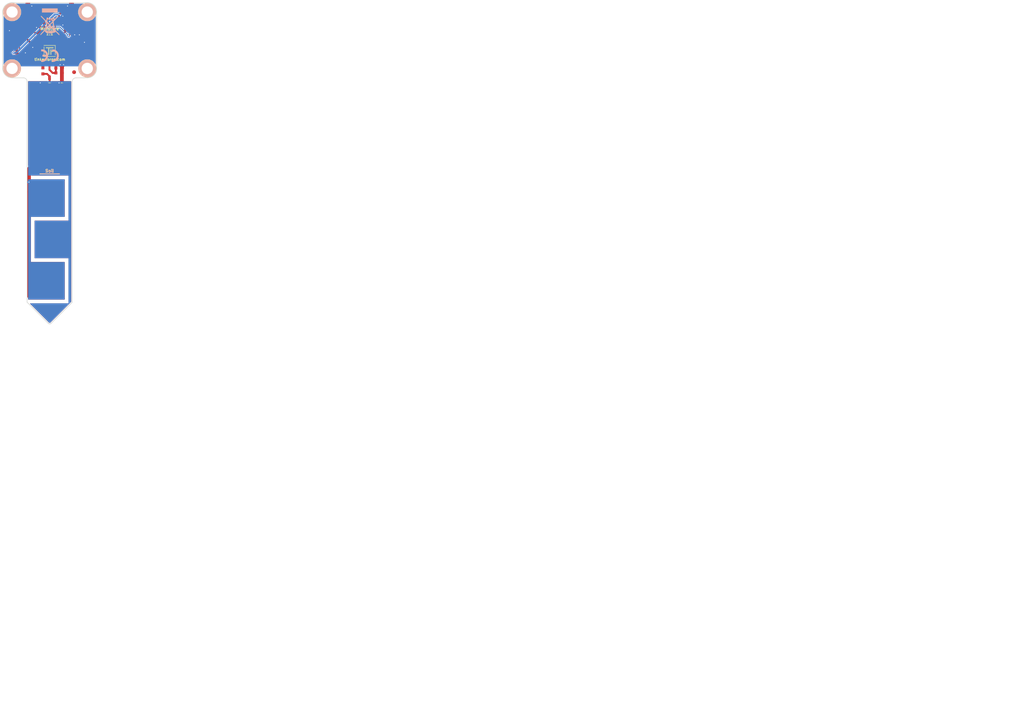
<source format=kicad_pcb>
(kicad_pcb (version 4) (host pcbnew 4.0.2+dfsg1-stable)
  (title_block (title "Moisture Bricklet") (rev 1.1) (company "Tinkerforge GmbH") (comment 1 "Licensed under CERN OHL v.1.1") (comment 2 "Copyright (©) 2014, B.Nordmeyer <bastian@tinkerforge.com>"))
  (layers (0 F.Cu signal) (31 B.Cu signal hide) (34 B.Paste user) (35 F.Paste user) (36 B.SilkS user) (37 F.SilkS user) (38 B.Mask user) (39 F.Mask user) (44 Edge.Cuts user))
  (net 0 "")
  (net 1 GND)
  (net 2 VCC)
  (net 3 "Net-(P1-Pad4)")
  (net 4 "Net-(P1-Pad5)")
  (net 5 "Net-(P1-Pad6)")
  (net 6 "Net-(C2-Pad1)")
  (net 7 "Net-(C5-Pad1)")
  (net 8 "Net-(D1-Pad1)")
  (net 9 RESET)
  (net 10 CLK)
  (net 11 "Net-(C3-Pad1)")
  (net 12 "Net-(R3-Pad1)")
  (net 13 "Net-(P1-Pad1)")
  (net 14 "Net-(P1-Pad10)")
  (net 15 "Net-(U1-Pad7)")
  (module kicad-libraries:R0603 (layer F.Cu) (at 134.55 77.1 90)
    (fp_text reference R4)
    (fp_text value 7.5k)
    (pad 1 smd rect (at -0.8001 0 90) (size 0.8001 0.8001) (layers F.Cu F.Paste F.Mask) (net 11 "Net-(C3-Pad1)"))
    (pad 2 smd rect (at 0.8001 0 90) (size 0.8001 0.8001) (layers F.Cu F.Paste F.Mask) (net 10 CLK))
  )
  (module kicad-libraries:R0603 (layer F.Cu) (at 125.3 78.9 270)
    (fp_text reference R3)
    (fp_text value 10k)
    (pad 1 smd rect (at -0.8001 0 270) (size 0.8001 0.8001) (layers F.Cu F.Paste F.Mask) (net 12 "Net-(R3-Pad1)"))
    (pad 2 smd rect (at 0.8001 0 270) (size 0.8001 0.8001) (layers F.Cu F.Paste F.Mask) (net 2 VCC))
  )
  (module kicad-libraries:R0603 (layer F.Cu) (at 134.2 85.25 270)
    (fp_text reference R2)
    (fp_text value 4k7)
    (pad 1 smd rect (at -0.8001 0 270) (size 0.8001 0.8001) (layers F.Cu F.Paste F.Mask) (net 10 CLK))
    (pad 2 smd rect (at 0.8001 0 270) (size 0.8001 0.8001) (layers F.Cu F.Paste F.Mask) (net 8 "Net-(D1-Pad1)"))
  )
  (module kicad-libraries:R0603 (layer F.Cu) (at 138.45 84.5 180)
    (fp_text reference R1)
    (fp_text value 470k)
    (pad 1 smd rect (at -0.8001 0 180) (size 0.8001 0.8001) (layers F.Cu F.Paste F.Mask) (net 1 GND))
    (pad 2 smd rect (at 0.8001 0 180) (size 0.8001 0.8001) (layers F.Cu F.Paste F.Mask) (net 6 "Net-(C2-Pad1)"))
  )
  (module kicad-libraries:C0603 (layer F.Cu) (at 126.1 73.9 180)
    (fp_text reference C5)
    (fp_text value 10nF)
    (pad 1 smd rect (at -0.8001 0 180) (size 0.8001 0.8001) (layers F.Cu F.Paste F.Mask) (net 7 "Net-(C5-Pad1)"))
    (pad 2 smd rect (at 0.8001 0 180) (size 0.8001 0.8001) (layers F.Cu F.Paste F.Mask) (net 1 GND))
  )
  (module kicad-libraries:C0603 (layer F.Cu) (at 128.1 80.45 180)
    (fp_text reference C4)
    (fp_text value 100nF)
    (pad 1 smd rect (at -0.8001 0 180) (size 0.8001 0.8001) (layers F.Cu F.Paste F.Mask) (net 1 GND))
    (pad 2 smd rect (at 0.8001 0 180) (size 0.8001 0.8001) (layers F.Cu F.Paste F.Mask) (net 2 VCC))
  )
  (module kicad-libraries:C0603 (layer F.Cu) (at 125.3 76 90)
    (fp_text reference C3)
    (fp_text value 100pF)
    (pad 1 smd rect (at -0.8001 0 90) (size 0.8001 0.8001) (layers F.Cu F.Paste F.Mask) (net 11 "Net-(C3-Pad1)"))
    (pad 2 smd rect (at 0.8001 0 90) (size 0.8001 0.8001) (layers F.Cu F.Paste F.Mask) (net 1 GND))
  )
  (module kicad-libraries:C0603 (layer F.Cu) (at 138.45 85.8)
    (fp_text reference C2)
    (fp_text value 1µF)
    (pad 1 smd rect (at -0.8001 0) (size 0.8001 0.8001) (layers F.Cu F.Paste F.Mask) (net 6 "Net-(C2-Pad1)"))
    (pad 2 smd rect (at 0.8001 0) (size 0.8001 0.8001) (layers F.Cu F.Paste F.Mask) (net 1 GND))
  )
  (module kicad-libraries:C0603 (layer F.Cu) (at 145.25 79.3 90)
    (fp_text reference C1)
    (fp_text value 100nF)
    (pad 1 smd rect (at -0.8001 0 90) (size 0.8001 0.8001) (layers F.Cu F.Paste F.Mask) (net 2 VCC))
    (pad 2 smd rect (at 0.8001 0 90) (size 0.8001 0.8001) (layers F.Cu F.Paste F.Mask) (net 1 GND))
  )
  (module kicad-libraries:Fiducial_Mark (layer F.Cu) (at 142.5 85.6)
    (fp_text reference Fiducial_Mark hide)
    (fp_text value VAL** hide)
    (pad 1 smd circle (at 0 0) (size 1.00076 1.00076) (layers F.Cu F.Paste F.Mask) (clearance 0.65024))
  )
  (module kicad-libraries:Fiducial_Mark (layer F.Cu) (at 129 72.6)
    (fp_text reference Fiducial_Mark hide)
    (fp_text value VAL** hide)
    (pad 1 smd circle (at 0 0) (size 1.00076 1.00076) (layers F.Cu F.Paste F.Mask) (clearance 0.65024))
  )
  (module kicad-libraries:DRILL_NP (layer F.Cu) (at 126 84.6)
    (fp_text reference U6 hide)
    (fp_text value DRILL hide)
    (pad "" np_thru_hole circle (at 0 0) (size 2.99974 2.99974) (drill 2.99974) (layers *.Cu *.Mask F.SilkS) (clearance 0.89916))
  )
  (module kicad-libraries:DRILL_NP (layer F.Cu) (at 146 84.6)
    (fp_text reference U5 hide)
    (fp_text value DRILL hide)
    (pad "" np_thru_hole circle (at 0 0) (size 2.99974 2.99974) (drill 2.99974) (layers *.Cu *.Mask F.SilkS) (clearance 0.89916))
  )
  (module kicad-libraries:DRILL_NP (layer F.Cu) (at 126 69.6)
    (fp_text reference U4 hide)
    (fp_text value DRILL hide)
    (pad "" np_thru_hole circle (at 0 0) (size 2.99974 2.99974) (drill 2.99974) (layers *.Cu *.Mask F.SilkS) (clearance 0.89916))
  )
  (module kicad-libraries:DRILL_NP (layer F.Cu) (at 146 69.6)
    (fp_text reference U3 hide)
    (fp_text value DRILL hide)
    (pad "" np_thru_hole circle (at 0 0) (size 2.99974 2.99974) (drill 2.99974) (layers *.Cu *.Mask F.SilkS) (clearance 0.89916))
  )
  (module kicad-libraries:SOIC8 (layer F.Cu) (at 130 77.1 90)
    (fp_text reference U2)
    (fp_text value ICM7555)
    (pad 1 smd rect (at -1.90246 2.69748 270) (size 0.59944 1.5494) (layers F.Cu F.Paste F.Mask) (net 1 GND))
    (pad 2 smd rect (at -0.63246 2.69748 270) (size 0.59944 1.5494) (layers F.Cu F.Paste F.Mask) (net 11 "Net-(C3-Pad1)"))
    (pad 3 smd rect (at 0.63246 2.69748 270) (size 0.59944 1.5494) (layers F.Cu F.Paste F.Mask) (net 10 CLK))
    (pad 4 smd rect (at 1.90246 2.69748 270) (size 0.59944 1.5494) (layers F.Cu F.Paste F.Mask) (net 9 RESET))
    (pad 5 smd rect (at 1.90246 -2.69748 90) (size 0.59944 1.5494) (layers F.Cu F.Paste F.Mask) (net 7 "Net-(C5-Pad1)"))
    (pad 6 smd rect (at 0.63246 -2.69748 90) (size 0.59944 1.5494) (layers F.Cu F.Paste F.Mask) (net 11 "Net-(C3-Pad1)"))
    (pad 7 smd rect (at -0.63246 -2.69748 90) (size 0.59944 1.5494) (layers F.Cu F.Paste F.Mask) (net 12 "Net-(R3-Pad1)"))
    (pad 8 smd rect (at -1.90246 -2.69748 90) (size 0.59944 1.5494) (layers F.Cu F.Paste F.Mask) (net 2 VCC))
  )
  (module kicad-libraries:SOIC8 (layer F.Cu) (at 142 77.1 180)
    (fp_text reference U1)
    (fp_text value M24C64)
    (pad 1 smd rect (at -1.90246 2.69748) (size 0.59944 1.5494) (layers F.Cu F.Paste F.Mask) (net 1 GND))
    (pad 2 smd rect (at -0.63246 2.69748) (size 0.59944 1.5494) (layers F.Cu F.Paste F.Mask) (net 1 GND))
    (pad 3 smd rect (at 0.63246 2.69748) (size 0.59944 1.5494) (layers F.Cu F.Paste F.Mask) (net 5 "Net-(P1-Pad6)"))
    (pad 4 smd rect (at 1.90246 2.69748) (size 0.59944 1.5494) (layers F.Cu F.Paste F.Mask) (net 1 GND))
    (pad 5 smd rect (at 1.90246 -2.69748 180) (size 0.59944 1.5494) (layers F.Cu F.Paste F.Mask) (net 4 "Net-(P1-Pad5)"))
    (pad 6 smd rect (at 0.63246 -2.69748 180) (size 0.59944 1.5494) (layers F.Cu F.Paste F.Mask) (net 3 "Net-(P1-Pad4)"))
    (pad 7 smd rect (at -0.63246 -2.69748 180) (size 0.59944 1.5494) (layers F.Cu F.Paste F.Mask) (net 15 "Net-(U1-Pad7)"))
    (pad 8 smd rect (at -1.90246 -2.69748 180) (size 0.59944 1.5494) (layers F.Cu F.Paste F.Mask) (net 2 VCC))
  )
  (module kicad-libraries:con (layer F.Cu) (at 139.25 88.45)
    (fp_text reference P3 (at 0 0) (layer F.SilkS) (effects (font (size 0.127 0.127) (thickness 0.03175))))
    (fp_text value CONN_1 (at 0 0) (layer F.SilkS) (effects (font (size 0.127 0.127) (thickness 0.03175))))
    (pad 1 smd rect (at 0 0) (size 0.3 0.3) (layers F.Cu F.Paste F.Mask) (net 1 GND))
  )
  (module kicad-libraries:con (layer F.Cu) (at 136 88.45)
    (fp_text reference P2 (at 0 0) (layer F.SilkS) (effects (font (size 0.127 0.127) (thickness 0.03175))))
    (fp_text value CONN_1 (at 0 0) (layer F.SilkS) (effects (font (size 0.127 0.127) (thickness 0.03175))))
    (pad 1 smd rect (at 0 0) (size 0.3 0.3) (layers F.Cu F.Paste F.Mask) (net 8 "Net-(D1-Pad1)"))
  )
  (module kicad-libraries:CON-SENSOR (layer F.Cu) (at 136 67.1 180)
    (fp_text reference P1)
    (fp_text value CON-SENSOR)
    (pad 1 smd rect (at -4.50088 -4.7752 180) (size 0.59944 1.5494) (layers F.Cu F.Paste F.Mask) (net 13 "Net-(P1-Pad1)"))
    (pad 2 smd rect (at -3.50012 -4.7752 180) (size 0.59944 1.5494) (layers F.Cu F.Paste F.Mask) (net 1 GND))
    (pad 3 smd rect (at -2.49936 -4.7752 180) (size 0.59944 1.5494) (layers F.Cu F.Paste F.Mask) (net 2 VCC))
    (pad 4 smd rect (at -1.50114 -4.7752 180) (size 0.59944 1.5494) (layers F.Cu F.Paste F.Mask) (net 3 "Net-(P1-Pad4)"))
    (pad 5 smd rect (at -0.50038 -4.7752 180) (size 0.59944 1.5494) (layers F.Cu F.Paste F.Mask) (net 4 "Net-(P1-Pad5)"))
    (pad 6 smd rect (at 0.50038 -4.7752 180) (size 0.59944 1.5494) (layers F.Cu F.Paste F.Mask) (net 5 "Net-(P1-Pad6)"))
    (pad 7 smd rect (at 1.50114 -4.7752 180) (size 0.59944 1.5494) (layers F.Cu F.Paste F.Mask) (net 6 "Net-(C2-Pad1)"))
    (pad 8 smd rect (at 2.49936 -4.7752 180) (size 0.59944 1.5494) (layers F.Cu F.Paste F.Mask) (net 9 RESET))
    (pad 9 smd rect (at 3.50012 -4.7752 180) (size 0.59944 1.5494) (layers F.Cu F.Paste F.Mask) (net 1 GND))
    (pad 10 smd rect (at 4.50088 -4.7752 180) (size 0.59944 1.5494) (layers F.Cu F.Paste F.Mask) (net 14 "Net-(P1-Pad10)"))
    (pad EP smd rect (at -5.79882 -0.89916 180) (size 1.19888 1.80086) (layers F.Cu F.Paste F.Mask) (net 1 GND))
    (pad EP smd rect (at 5.79882 -0.89916 180) (size 1.19888 1.80086) (layers F.Cu F.Paste F.Mask) (net 1 GND))
  )
  (module kicad-libraries:SOD-123 (layer F.Cu) (at 135.95 85.25 90)
    (fp_text reference D1)
    (fp_text value B0520LW)
    (pad 1 smd rect (at -1.84912 0 90) (size 1.19888 0.70104) (layers F.Cu F.Paste F.Mask) (net 8 "Net-(D1-Pad1)") (clearance 0.14986))
    (pad 2 smd rect (at 1.84912 0 90) (size 1.19888 0.70104) (layers F.Cu F.Paste F.Mask) (net 6 "Net-(C2-Pad1)") (clearance 0.14986))
  )
  (module kicad-libraries:CE_5mm (layer B.Cu) (at 136.05 81.2 180)
    (fp_text reference VAL hide)
    (fp_text value CE_5mm hide)
  )
  (module kicad-libraries:WEEE_7mm (layer B.Cu) (at 136.05 72.2)
    (fp_text reference VAL hide)
    (fp_text value WEEE_7mm hide)
  )
  (module kicad-libraries:Logo_31x31 (layer F.Cu) (at 134.425 78.375)
    (fp_text reference G*** hide)
    (fp_text value Logo_31x31 hide)
  )
  (gr_text Soil (at 136 111.9) (layer B.SilkS) (effects (font (size 0.8 0.8)) (justify mirror)))
  (gr_line (start 133.4 112.65) (end 138.6 112.65) (angle 90) (layer B.SilkS) (width 0.2))
  (gr_line (start 134 112.65) (end 133.4 112.65) (angle 90) (layer F.SilkS) (width 0.2))
  (gr_line (start 138 112.65) (end 138.6 112.65) (angle 90) (layer F.SilkS) (width 0.2))
  (gr_text Soil (at 136 111.85) (layer F.SilkS) (effects (font (size 0.8 0.8))))
  (gr_line (start 134 112.65) (end 138 112.65) (angle 90) (layer F.SilkS) (width 0.2))
  (gr_line (start 142 88.1) (end 142 146.8) (angle 90) (layer Edge.Cuts) (width 0.15))
  (gr_line (start 130 146.8) (end 130 88.1) (angle 90) (layer Edge.Cuts) (width 0.15))
  (gr_line (start 135.65 152.45) (end 130 146.8) (angle 90) (layer Edge.Cuts) (width 0.15))
  (gr_line (start 136.35 152.45) (end 142 146.8) (angle 90) (layer Edge.Cuts) (width 0.15))
  (gr_arc (start 136 152.1) (end 136.35 152.45) (angle 90) (layer Edge.Cuts) (width 0.15))
  (gr_line (start 143 87.1) (end 146 87.1) (angle 90) (layer Edge.Cuts) (width 0.15))
  (gr_line (start 126 87.1) (end 129 87.1) (angle 90) (layer Edge.Cuts) (width 0.15))
  (gr_arc (start 143 88.1) (end 142 88.1) (angle 90) (layer Edge.Cuts) (width 0.15))
  (gr_arc (start 129 88.1) (end 129 87.1) (angle 90) (layer Edge.Cuts) (width 0.15))
  (gr_line (start 148.5 84.6) (end 148.5 69.6) (angle 90) (layer Edge.Cuts) (width 0.15))
  (gr_line (start 123.5 69.6) (end 123.5 84.6) (angle 90) (layer Edge.Cuts) (width 0.15))
  (gr_line (start 146 67.1) (end 126 67.1) (angle 90) (layer Edge.Cuts) (width 0.15))
  (gr_arc (start 146 69.6) (end 146 67.1) (angle 90) (layer Edge.Cuts) (width 0.15))
  (gr_arc (start 126 69.6) (end 123.5 69.6) (angle 90) (layer Edge.Cuts) (width 0.15))
  (gr_arc (start 126 84.6) (end 126 87.1) (angle 90) (layer Edge.Cuts) (width 0.15))
  (gr_arc (start 146 84.6) (end 148.5 84.6) (angle 90) (layer Edge.Cuts) (width 0.15))
  (gr_text "Moisture\n1.1" (at 136 74.7) (layer F.SilkS) (effects (font (size 0.8 0.8))))
  (gr_text tinkerforge.com (at 136.05 82.225) (layer F.SilkS) (effects (font (size 0.7 0.7))))
  (segment (start 132.49988 71.8752) (end 132.49988 73.69988) (width 0.254) (layer F.Cu) (net 1))
  (via (at 132.5 73.7) (size 0.7) (layers F.Cu B.Cu) (net 1))
  (segment (start 132.49988 73.69988) (end 132.5 73.7) (width 0.254) (layer F.Cu) (net 1))
  (segment (start 139.5 70.7) (end 139.5 69.25) (width 0.254) (layer B.Cu) (net 1))
  (segment (start 139.50012 70.70012) (end 139.5 70.7) (width 0.5) (layer F.Cu) (net 1))
  (via (at 139.5 70.7) (size 0.7) (layers F.Cu B.Cu) (net 1))
  (segment (start 139.50012 71.8752) (end 139.50012 70.70012) (width 0.5) (layer F.Cu) (net 1))
  (segment (start 139.5 69.25) (end 140.75 68) (width 0.254) (layer B.Cu) (net 1))
  (segment (start 131.25 68) (end 140.75 68) (width 0.254) (layer B.Cu) (net 1))
  (segment (start 140.75084 67.99916) (end 141.79882 67.99916) (width 0.254) (layer F.Cu) (net 1))
  (via (at 140.75 68) (size 0.7) (layers F.Cu B.Cu) (net 1))
  (segment (start 140.75 68) (end 140.75084 67.99916) (width 0.254) (layer F.Cu) (net 1))
  (segment (start 125.3 74.55) (end 127 74.55) (width 0.254) (layer B.Cu) (net 1))
  (via (at 125.3 74.55) (size 0.7) (layers F.Cu B.Cu) (net 1))
  (segment (start 131.24916 67.99916) (end 130.20118 67.99916) (width 0.254) (layer F.Cu) (net 1))
  (segment (start 131.25 68) (end 131.24916 67.99916) (width 0.254) (layer F.Cu) (net 1))
  (via (at 131.25 68) (size 0.7) (layers F.Cu B.Cu) (net 1))
  (segment (start 131.25 70.3) (end 131.25 68) (width 0.254) (layer B.Cu) (net 1))
  (segment (start 127 74.55) (end 131.25 70.3) (width 0.254) (layer B.Cu) (net 1))
  (segment (start 131.5 79) (end 131 79) (width 0.254) (layer B.Cu) (net 1))
  (via (at 129.55 80.45) (size 0.7) (layers F.Cu B.Cu) (net 1))
  (segment (start 129.55 80.45) (end 128.9001 80.45) (width 0.5) (layer F.Cu) (net 1))
  (segment (start 131 79) (end 129.55 80.45) (width 0.254) (layer B.Cu) (net 1))
  (segment (start 138.8 83.6) (end 136.1 83.6) (width 0.254) (layer B.Cu) (net 1))
  (via (at 138.8 83.6) (size 0.7) (layers F.Cu B.Cu) (net 1))
  (segment (start 139.2501 84.0501) (end 138.8 83.6) (width 1) (layer F.Cu) (net 1))
  (segment (start 139.2501 84.5) (end 139.2501 84.0501) (width 1) (layer F.Cu) (net 1))
  (segment (start 131.50246 79.00246) (end 131.5 79) (width 0.5) (layer F.Cu) (net 1))
  (via (at 131.5 79) (size 0.7) (layers F.Cu B.Cu) (net 1))
  (segment (start 131.50246 79.00246) (end 132.69748 79.00246) (width 0.5) (layer F.Cu) (net 1))
  (segment (start 136.1 83.6) (end 131.5 79) (width 0.254) (layer B.Cu) (net 1))
  (segment (start 145.25 77.65) (end 145.25 78.05) (width 0.254) (layer B.Cu) (net 1))
  (segment (start 139.2501 84.0499) (end 139.7 83.6) (width 1) (layer F.Cu) (net 1))
  (via (at 139.7 83.6) (size 0.7) (layers F.Cu B.Cu) (net 1))
  (segment (start 139.2501 84.0499) (end 139.2501 84.5) (width 1) (layer F.Cu) (net 1))
  (segment (start 145.25 78.05) (end 139.7 83.6) (width 0.254) (layer B.Cu) (net 1))
  (segment (start 145.25 77.65) (end 145.25 77) (width 0.254) (layer B.Cu) (net 1))
  (via (at 145.25 77.65) (size 0.7) (layers F.Cu B.Cu) (net 1))
  (segment (start 145.25 78.4999) (end 145.25 77.65) (width 0.5) (layer F.Cu) (net 1))
  (segment (start 145.25 77) (end 143.9 75.65) (width 0.254) (layer B.Cu) (net 1))
  (segment (start 142.65 75.65) (end 143.9 75.65) (width 0.254) (layer B.Cu) (net 1))
  (segment (start 143.90246 75.64754) (end 143.9 75.65) (width 0.254) (layer F.Cu) (net 1))
  (via (at 143.9 75.65) (size 0.7) (layers F.Cu B.Cu) (net 1))
  (segment (start 143.90246 75.64754) (end 143.90246 74.40252) (width 0.5) (layer F.Cu) (net 1))
  (segment (start 142.65 75.65) (end 142.65 74.95) (width 0.254) (layer B.Cu) (net 1))
  (via (at 139.5 73.05) (size 0.7) (layers F.Cu B.Cu) (net 1))
  (segment (start 142.63246 75.63246) (end 142.65 75.65) (width 0.5) (layer F.Cu) (net 1))
  (via (at 142.65 75.65) (size 0.7) (layers F.Cu B.Cu) (net 1))
  (segment (start 142.63246 74.40252) (end 142.63246 75.63246) (width 0.5) (layer F.Cu) (net 1))
  (segment (start 140.75 73.05) (end 139.5 73.05) (width 0.254) (layer B.Cu) (net 1))
  (segment (start 142.65 74.95) (end 140.75 73.05) (width 0.254) (layer B.Cu) (net 1))
  (segment (start 125.3 73.9001) (end 125.3 74.55) (width 0.5) (layer F.Cu) (net 1))
  (segment (start 125.3 74.55) (end 125.3 75.1999) (width 0.5) (layer F.Cu) (net 1))
  (segment (start 125.3 73.9001) (end 125.2999 73.9) (width 0.5) (layer F.Cu) (net 1))
  (segment (start 140.09754 74.40252) (end 140.09754 73.64754) (width 0.254) (layer F.Cu) (net 1))
  (segment (start 140.09754 73.64754) (end 139.5 73.05) (width 0.5) (layer F.Cu) (net 1))
  (segment (start 139.50012 71.8752) (end 139.50012 73.04988) (width 0.5) (layer F.Cu) (net 1))
  (segment (start 139.50012 73.04988) (end 139.5 73.05) (width 0.5) (layer F.Cu) (net 1))
  (segment (start 133.5 88.45) (end 138.5 88.45) (width 0.5) (layer B.Cu) (net 1))
  (via (at 138.5 88.45) (size 0.7) (layers F.Cu B.Cu) (net 1))
  (segment (start 138.5 88.45) (end 139.25 88.45) (width 0.5) (layer F.Cu) (net 1))
  (via (at 133.5 88.45) (size 0.7) (layers F.Cu B.Cu) (net 1))
  (segment (start 139.2501 85.8) (end 139.2501 88.4499) (width 1) (layer F.Cu) (net 1))
  (segment (start 139.2501 88.4499) (end 139.25 88.45) (width 0.5) (layer F.Cu) (net 1))
  (segment (start 139.2501 85.8) (end 139.2501 84.5) (width 1) (layer F.Cu) (net 1))
  (segment (start 145.25 80.1001) (end 146.1999 80.1001) (width 0.5) (layer F.Cu) (net 2))
  (segment (start 139.35 69.4) (end 138.5 70.25) (width 0.5) (layer F.Cu) (net 2))
  (segment (start 141.2 69.4) (end 139.35 69.4) (width 0.5) (layer F.Cu) (net 2))
  (segment (start 146.7 74.9) (end 141.2 69.4) (width 0.5) (layer F.Cu) (net 2))
  (segment (start 146.7 79.6) (end 146.7 74.9) (width 0.5) (layer F.Cu) (net 2))
  (segment (start 146.1999 80.1001) (end 146.7 79.6) (width 0.5) (layer F.Cu) (net 2))
  (segment (start 126.45 80.45) (end 127.15 80.45) (width 0.5) (layer B.Cu) (net 2))
  (segment (start 127.15 80.45) (end 137.35 70.25) (width 0.5) (layer B.Cu) (net 2))
  (segment (start 137.35 70.25) (end 138.5 70.25) (width 0.5) (layer B.Cu) (net 2))
  (via (at 138.5 70.25) (size 0.7) (layers F.Cu B.Cu) (net 2))
  (segment (start 127.2999 80.45) (end 126.45 80.45) (width 0.5) (layer F.Cu) (net 2))
  (via (at 126.45 80.45) (size 0.7) (layers F.Cu B.Cu) (net 2))
  (segment (start 138.49936 70.25064) (end 138.49936 71.8752) (width 0.5) (layer F.Cu) (net 2))
  (segment (start 138.5 70.25) (end 138.49936 70.25064) (width 0.5) (layer F.Cu) (net 2))
  (segment (start 145.25 80.1001) (end 144.20508 80.1001) (width 0.5) (layer F.Cu) (net 2))
  (segment (start 144.20508 80.1001) (end 143.90246 79.79748) (width 0.5) (layer F.Cu) (net 2))
  (segment (start 127.30252 79.00246) (end 126.49754 79.00246) (width 0.5) (layer F.Cu) (net 2))
  (segment (start 126.49754 79.00246) (end 125.7999 79.7001) (width 0.5) (layer F.Cu) (net 2))
  (segment (start 127.30252 79.00246) (end 127.30252 80.44738) (width 0.5) (layer F.Cu) (net 2))
  (segment (start 127.30252 80.44738) (end 127.2999 80.45) (width 0.5) (layer F.Cu) (net 2))
  (segment (start 125.7999 79.7001) (end 125.3 79.7001) (width 0.5) (layer F.Cu) (net 2))
  (segment (start 141.36754 79.79748) (end 141.36754 78.11754) (width 0.254) (layer F.Cu) (net 3))
  (segment (start 137.50114 74.25114) (end 137.50114 71.8752) (width 0.254) (layer F.Cu) (net 3))
  (segment (start 141.36754 78.11754) (end 137.50114 74.25114) (width 0.254) (layer F.Cu) (net 3))
  (segment (start 136.50038 71.8752) (end 136.50038 74.30038) (width 0.254) (layer F.Cu) (net 4))
  (segment (start 140.09754 77.89754) (end 140.09754 79.79748) (width 0.254) (layer F.Cu) (net 4))
  (segment (start 136.50038 74.30038) (end 140.09754 77.89754) (width 0.254) (layer F.Cu) (net 4))
  (segment (start 141.36754 74.40252) (end 141.36754 75.58246) (width 0.254) (layer F.Cu) (net 5))
  (segment (start 135.49962 73.59962) (end 135.49962 71.8752) (width 0.254) (layer F.Cu) (net 5))
  (segment (start 135.5 73.6) (end 135.49962 73.59962) (width 0.254) (layer F.Cu) (net 5))
  (via (at 135.5 73.6) (size 0.7) (layers F.Cu B.Cu) (net 5))
  (segment (start 138.75 73.6) (end 135.5 73.6) (width 0.254) (layer B.Cu) (net 5))
  (segment (start 141.05 75.9) (end 138.75 73.6) (width 0.254) (layer B.Cu) (net 5))
  (via (at 141.05 75.9) (size 0.7) (layers F.Cu B.Cu) (net 5))
  (segment (start 141.36754 75.58246) (end 141.05 75.9) (width 0.254) (layer F.Cu) (net 5))
  (segment (start 137.6499 85.8) (end 136.8 85.8) (width 0.5) (layer F.Cu) (net 6))
  (segment (start 135.95 84.95) (end 135.95 83.40088) (width 0.5) (layer F.Cu) (net 6))
  (segment (start 136.8 85.8) (end 135.95 84.95) (width 0.5) (layer F.Cu) (net 6))
  (segment (start 137.5999 85.85) (end 137.6499 85.8) (width 0.5) (layer F.Cu) (net 6))
  (segment (start 137.6499 85.8) (end 137.6499 84.5) (width 0.5) (layer F.Cu) (net 6))
  (segment (start 137.6499 84.5) (end 137.6499 77.3499) (width 0.5) (layer F.Cu) (net 6))
  (segment (start 134.49886 74.19886) (end 134.49886 71.8752) (width 0.5) (layer F.Cu) (net 6))
  (segment (start 137.6499 77.3499) (end 134.49886 74.19886) (width 0.5) (layer F.Cu) (net 6))
  (segment (start 126.9001 73.9) (end 126.9001 74.79512) (width 0.5) (layer F.Cu) (net 7))
  (segment (start 126.9001 74.79512) (end 127.30252 75.19754) (width 0.5) (layer F.Cu) (net 7))
  (segment (start 135.95 87.09912) (end 135.95 86.7) (width 0.5) (layer F.Cu) (net 8))
  (segment (start 135.95 86.7) (end 135.3001 86.0501) (width 0.5) (layer F.Cu) (net 8))
  (segment (start 135.3001 86.0501) (end 134.2 86.0501) (width 0.5) (layer F.Cu) (net 8))
  (segment (start 136 88.45) (end 136 87.14912) (width 0.5) (layer F.Cu) (net 8))
  (segment (start 136 87.14912) (end 135.95 87.09912) (width 0.5) (layer F.Cu) (net 8))
  (segment (start 136 105.8) (end 130.5 111.3) (width 1) (layer F.Cu) (net 8))
  (segment (start 130.5 117.4) (end 130.5 145.2) (width 1) (layer F.Cu) (net 8))
  (segment (start 130.5 114.85) (end 130.5 117.4) (width 1) (layer F.Cu) (net 8))
  (segment (start 130.5 111.3) (end 130.5 114.85) (width 1) (layer F.Cu) (net 8))
  (segment (start 136 88.45) (end 136 105.8) (width 1) (layer F.Cu) (net 8))
  (segment (start 133.15 117.4) (end 134.1 118.35) (width 1) (layer F.Cu) (net 8))
  (segment (start 130.5 117.4) (end 133.15 117.4) (width 1) (layer F.Cu) (net 8))
  (via (at 130.5 114.85) (size 0.889) (layers F.Cu B.Cu) (net 8))
  (segment (start 133.50064 71.8752) (end 133.50064 74.39438) (width 0.5) (layer F.Cu) (net 9))
  (segment (start 133.50064 74.39438) (end 132.69748 75.19754) (width 0.5) (layer F.Cu) (net 9))
  (segment (start 134.2 84.4499) (end 134.2 81.45) (width 0.5) (layer F.Cu) (net 10))
  (segment (start 135.2999 76.2999) (end 134.55 76.2999) (width 0.5) (layer F.Cu) (net 10))
  (segment (start 135.9 76.9) (end 135.2999 76.2999) (width 0.5) (layer F.Cu) (net 10))
  (segment (start 135.9 79.75) (end 135.9 76.9) (width 0.5) (layer F.Cu) (net 10))
  (segment (start 134.2 81.45) (end 135.9 79.75) (width 0.5) (layer F.Cu) (net 10))
  (segment (start 132.69748 76.46754) (end 134.38236 76.46754) (width 0.5) (layer F.Cu) (net 10))
  (segment (start 134.38236 76.46754) (end 134.55 76.2999) (width 0.5) (layer F.Cu) (net 10))
  (segment (start 133.46754 76.46754) (end 132.69748 76.46754) (width 0.5) (layer F.Cu) (net 10))
  (segment (start 133.46754 76.46754) (end 132.69748 76.46754) (width 0.5) (layer F.Cu) (net 10))
  (segment (start 132.69748 77.73246) (end 134.38236 77.73246) (width 0.5) (layer F.Cu) (net 11))
  (segment (start 134.38236 77.73246) (end 134.55 77.9001) (width 0.5) (layer F.Cu) (net 11))
  (segment (start 127.30252 76.46754) (end 125.63256 76.46754) (width 0.5) (layer F.Cu) (net 11))
  (segment (start 125.63256 76.46754) (end 125.3 76.8001) (width 0.5) (layer F.Cu) (net 11))
  (segment (start 132.69748 77.73246) (end 130.88246 77.73246) (width 0.5) (layer F.Cu) (net 11))
  (segment (start 129.61754 76.46754) (end 127.30252 76.46754) (width 0.5) (layer F.Cu) (net 11))
  (segment (start 130.88246 77.73246) (end 129.61754 76.46754) (width 0.5) (layer F.Cu) (net 11))
  (segment (start 127.30252 77.73246) (end 126.46754 77.73246) (width 0.5) (layer F.Cu) (net 12))
  (segment (start 126.1001 78.0999) (end 125.3 78.0999) (width 0.5) (layer F.Cu) (net 12))
  (segment (start 126.46754 77.73246) (end 126.1001 78.0999) (width 0.5) (layer F.Cu) (net 12))
  (zone (net 1) (net_name GND) (layer B.Cu) (connect_pads (clearance 0.1778)) (min_thickness 0.0762) (fill yes (arc_segments 16) (thermal_gap 0.1016) (thermal_bridge_width 0.1016))
    (polygon (pts (xy 123.5 67.1) (xy 148.5 67.1) (xy 148.5 84.05) (xy 123.5 84.05)))
  )
  (zone (net 8) (net_name "Net-(D1-Pad1)") (layer F.Cu) (connect_pads (clearance 0.2)) (min_thickness 0.15) (fill yes (arc_segments 16) (thermal_gap 0.508) (thermal_bridge_width 0.508))
    (polygon (pts (xy 130 114.1) (xy 140 114.1) (xy 140 124.1) (xy 130 124.1)))
  )
  (zone (net 8) (net_name "Net-(D1-Pad1)") (layer F.Cu) (connect_pads (clearance 0.2)) (min_thickness 0.15) (fill yes (arc_segments 16) (thermal_gap 0.508) (thermal_bridge_width 0.508))
    (polygon (pts (xy 130 136.1) (xy 140 136.1) (xy 140 146.1) (xy 131.3 146.1) (xy 130 146.1)))
  )
  (zone (net 1) (net_name GND) (layer F.Cu) (connect_pads yes (clearance 0.2)) (min_thickness 0.15) (fill yes (arc_segments 16) (thermal_gap 0.508) (thermal_bridge_width 0.508))
    (polygon (pts (xy 142 146.8) (xy 136 152.8) (xy 130.3 147.1) (xy 141 147.1) (xy 141 135.1) (xy 132 135.1) (xy 132 125.1) (xy 141 125.1) (xy 141 113.1) (xy 130 113.1) (xy 130 88) (xy 142 88)))
  )
  (zone (net 8) (net_name "Net-(D1-Pad1)") (layer B.Cu) (connect_pads (clearance 0.2)) (min_thickness 0.15) (fill yes (arc_segments 16) (thermal_gap 0.508) (thermal_bridge_width 0.508))
    (polygon (pts (xy 130 114.1) (xy 140 114.1) (xy 140 124.1) (xy 131 124.1) (xy 131 136.1) (xy 140 136.1) (xy 140 146.1) (xy 130 146.1)))
  )
  (zone (net 1) (net_name GND) (layer B.Cu) (connect_pads yes (clearance 0.2)) (min_thickness 0.15) (fill yes (arc_segments 16) (thermal_gap 0.508) (thermal_bridge_width 0.508))
    (polygon (pts (xy 130.3 147.1) (xy 136 152.8) (xy 142 146.8) (xy 142 88) (xy 130 88) (xy 130 113.1) (xy 141 113.1) (xy 141 125.1) (xy 132 125.1) (xy 132 135.1) (xy 141 135.1) (xy 141 147.1)))
  )
)
</source>
